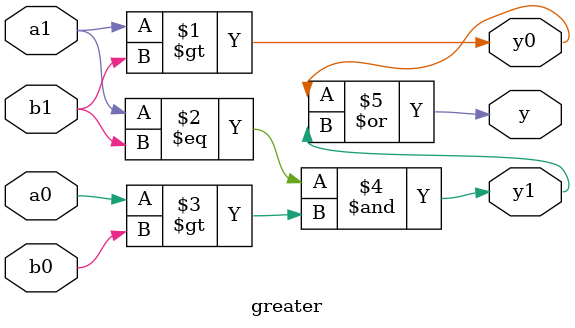
<source format=v>
module greater(

input a0,a1,b0,b1,
output y0,y1,y

);

assign y0 = a1>b1;
assign y1 = (a1==b1) &(a0>b0);
assign y = y0|y1;


endmodule

</source>
